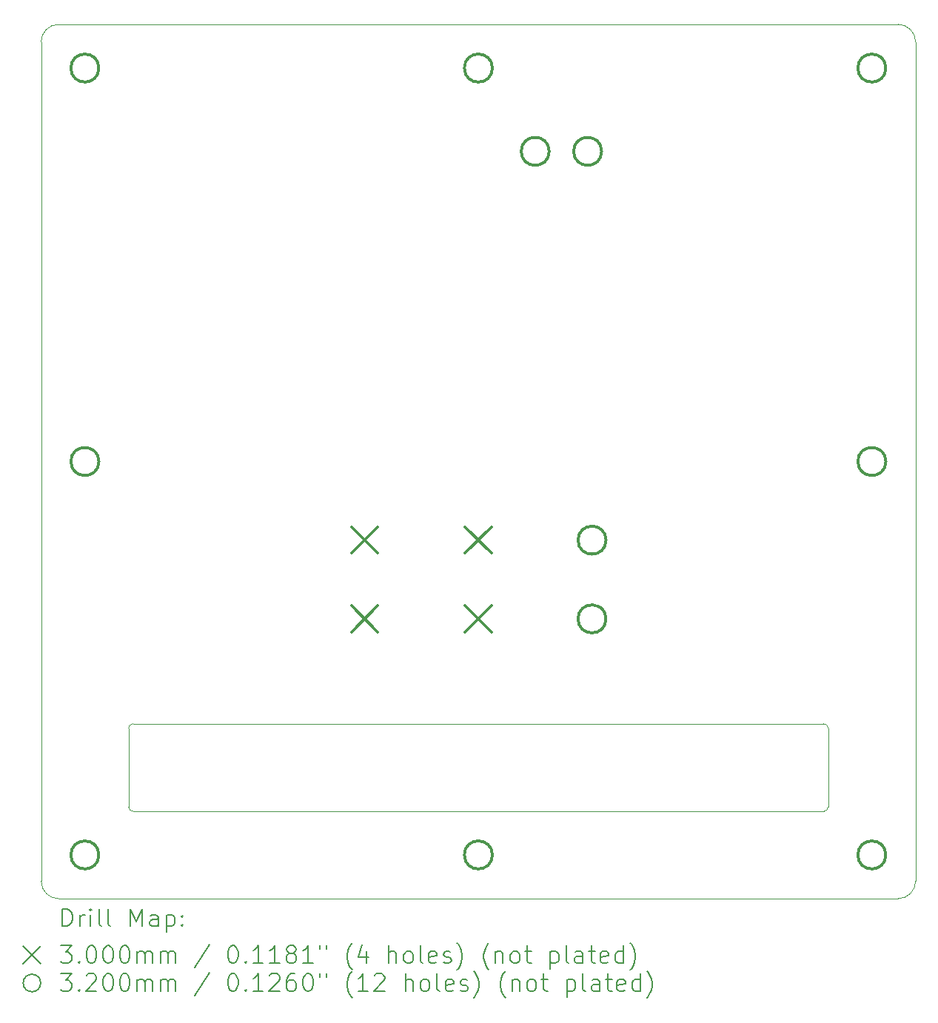
<source format=gbr>
%TF.GenerationSoftware,KiCad,Pcbnew,7.0.2-6a45011f42~172~ubuntu22.04.1*%
%TF.CreationDate,2023-05-30T13:32:24+12:00*%
%TF.ProjectId,THE_BRAWN-20A_POWER_FIXTURE,5448455f-4252-4415-974e-2d3230415f50,v1.0*%
%TF.SameCoordinates,Original*%
%TF.FileFunction,Drillmap*%
%TF.FilePolarity,Positive*%
%FSLAX45Y45*%
G04 Gerber Fmt 4.5, Leading zero omitted, Abs format (unit mm)*
G04 Created by KiCad (PCBNEW 7.0.2-6a45011f42~172~ubuntu22.04.1) date 2023-05-30 13:32:24*
%MOMM*%
%LPD*%
G01*
G04 APERTURE LIST*
%ADD10C,0.100000*%
%ADD11C,0.200000*%
%ADD12C,0.300000*%
%ADD13C,0.320000*%
G04 APERTURE END LIST*
D10*
X17200000Y-19000000D02*
X26800000Y-19000000D01*
X18050000Y-18000000D02*
X25950000Y-18000000D01*
X26800000Y-9000000D02*
X17200000Y-9000000D01*
X27000000Y-9200000D02*
G75*
G03*
X26800000Y-9000000I-200000J0D01*
G01*
X17000000Y-18800000D02*
G75*
G03*
X17200000Y-19000000I200000J0D01*
G01*
X18000000Y-17950000D02*
G75*
G03*
X18050000Y-18000000I50000J0D01*
G01*
X27000000Y-18800000D02*
X27000000Y-9200000D01*
X26000000Y-17050000D02*
G75*
G03*
X25950000Y-17000000I-50000J0D01*
G01*
X26800000Y-19000000D02*
G75*
G03*
X27000000Y-18800000I0J200000D01*
G01*
X18050000Y-17000000D02*
X25950000Y-17000000D01*
X18000000Y-17050000D02*
X18000000Y-17950000D01*
X25950000Y-18000000D02*
G75*
G03*
X26000000Y-17950000I0J50000D01*
G01*
X26000000Y-17050000D02*
X26000000Y-17950000D01*
X17200000Y-9000000D02*
G75*
G03*
X17000000Y-9200000I0J-200000D01*
G01*
X18050000Y-17000000D02*
G75*
G03*
X18000000Y-17050000I0J-50000D01*
G01*
X17000000Y-9200000D02*
X17000000Y-18800000D01*
D11*
D12*
X20550000Y-14750000D02*
X20850000Y-15050000D01*
X20850000Y-14750000D02*
X20550000Y-15050000D01*
X20550000Y-15650000D02*
X20850000Y-15950000D01*
X20850000Y-15650000D02*
X20550000Y-15950000D01*
X21850000Y-14750000D02*
X22150000Y-15050000D01*
X22150000Y-14750000D02*
X21850000Y-15050000D01*
X21850000Y-15650000D02*
X22150000Y-15950000D01*
X22150000Y-15650000D02*
X21850000Y-15950000D01*
D13*
X17660000Y-9500000D02*
G75*
G03*
X17660000Y-9500000I-160000J0D01*
G01*
X17660000Y-14000000D02*
G75*
G03*
X17660000Y-14000000I-160000J0D01*
G01*
X17660000Y-18500000D02*
G75*
G03*
X17660000Y-18500000I-160000J0D01*
G01*
X22160000Y-9500000D02*
G75*
G03*
X22160000Y-9500000I-160000J0D01*
G01*
X22160000Y-18500000D02*
G75*
G03*
X22160000Y-18500000I-160000J0D01*
G01*
X22810000Y-10452500D02*
G75*
G03*
X22810000Y-10452500I-160000J0D01*
G01*
X23410000Y-10452500D02*
G75*
G03*
X23410000Y-10452500I-160000J0D01*
G01*
X23460000Y-14900000D02*
G75*
G03*
X23460000Y-14900000I-160000J0D01*
G01*
X23460000Y-15800000D02*
G75*
G03*
X23460000Y-15800000I-160000J0D01*
G01*
X26660000Y-9500000D02*
G75*
G03*
X26660000Y-9500000I-160000J0D01*
G01*
X26660000Y-14000000D02*
G75*
G03*
X26660000Y-14000000I-160000J0D01*
G01*
X26660000Y-18500000D02*
G75*
G03*
X26660000Y-18500000I-160000J0D01*
G01*
D11*
X17242619Y-19317524D02*
X17242619Y-19117524D01*
X17242619Y-19117524D02*
X17290238Y-19117524D01*
X17290238Y-19117524D02*
X17318810Y-19127048D01*
X17318810Y-19127048D02*
X17337857Y-19146095D01*
X17337857Y-19146095D02*
X17347381Y-19165143D01*
X17347381Y-19165143D02*
X17356905Y-19203238D01*
X17356905Y-19203238D02*
X17356905Y-19231810D01*
X17356905Y-19231810D02*
X17347381Y-19269905D01*
X17347381Y-19269905D02*
X17337857Y-19288952D01*
X17337857Y-19288952D02*
X17318810Y-19308000D01*
X17318810Y-19308000D02*
X17290238Y-19317524D01*
X17290238Y-19317524D02*
X17242619Y-19317524D01*
X17442619Y-19317524D02*
X17442619Y-19184190D01*
X17442619Y-19222286D02*
X17452143Y-19203238D01*
X17452143Y-19203238D02*
X17461667Y-19193714D01*
X17461667Y-19193714D02*
X17480714Y-19184190D01*
X17480714Y-19184190D02*
X17499762Y-19184190D01*
X17566429Y-19317524D02*
X17566429Y-19184190D01*
X17566429Y-19117524D02*
X17556905Y-19127048D01*
X17556905Y-19127048D02*
X17566429Y-19136571D01*
X17566429Y-19136571D02*
X17575952Y-19127048D01*
X17575952Y-19127048D02*
X17566429Y-19117524D01*
X17566429Y-19117524D02*
X17566429Y-19136571D01*
X17690238Y-19317524D02*
X17671190Y-19308000D01*
X17671190Y-19308000D02*
X17661667Y-19288952D01*
X17661667Y-19288952D02*
X17661667Y-19117524D01*
X17795000Y-19317524D02*
X17775952Y-19308000D01*
X17775952Y-19308000D02*
X17766429Y-19288952D01*
X17766429Y-19288952D02*
X17766429Y-19117524D01*
X18023571Y-19317524D02*
X18023571Y-19117524D01*
X18023571Y-19117524D02*
X18090238Y-19260381D01*
X18090238Y-19260381D02*
X18156905Y-19117524D01*
X18156905Y-19117524D02*
X18156905Y-19317524D01*
X18337857Y-19317524D02*
X18337857Y-19212762D01*
X18337857Y-19212762D02*
X18328333Y-19193714D01*
X18328333Y-19193714D02*
X18309286Y-19184190D01*
X18309286Y-19184190D02*
X18271190Y-19184190D01*
X18271190Y-19184190D02*
X18252143Y-19193714D01*
X18337857Y-19308000D02*
X18318810Y-19317524D01*
X18318810Y-19317524D02*
X18271190Y-19317524D01*
X18271190Y-19317524D02*
X18252143Y-19308000D01*
X18252143Y-19308000D02*
X18242619Y-19288952D01*
X18242619Y-19288952D02*
X18242619Y-19269905D01*
X18242619Y-19269905D02*
X18252143Y-19250857D01*
X18252143Y-19250857D02*
X18271190Y-19241333D01*
X18271190Y-19241333D02*
X18318810Y-19241333D01*
X18318810Y-19241333D02*
X18337857Y-19231810D01*
X18433095Y-19184190D02*
X18433095Y-19384190D01*
X18433095Y-19193714D02*
X18452143Y-19184190D01*
X18452143Y-19184190D02*
X18490238Y-19184190D01*
X18490238Y-19184190D02*
X18509286Y-19193714D01*
X18509286Y-19193714D02*
X18518810Y-19203238D01*
X18518810Y-19203238D02*
X18528333Y-19222286D01*
X18528333Y-19222286D02*
X18528333Y-19279429D01*
X18528333Y-19279429D02*
X18518810Y-19298476D01*
X18518810Y-19298476D02*
X18509286Y-19308000D01*
X18509286Y-19308000D02*
X18490238Y-19317524D01*
X18490238Y-19317524D02*
X18452143Y-19317524D01*
X18452143Y-19317524D02*
X18433095Y-19308000D01*
X18614048Y-19298476D02*
X18623571Y-19308000D01*
X18623571Y-19308000D02*
X18614048Y-19317524D01*
X18614048Y-19317524D02*
X18604524Y-19308000D01*
X18604524Y-19308000D02*
X18614048Y-19298476D01*
X18614048Y-19298476D02*
X18614048Y-19317524D01*
X18614048Y-19193714D02*
X18623571Y-19203238D01*
X18623571Y-19203238D02*
X18614048Y-19212762D01*
X18614048Y-19212762D02*
X18604524Y-19203238D01*
X18604524Y-19203238D02*
X18614048Y-19193714D01*
X18614048Y-19193714D02*
X18614048Y-19212762D01*
X16795000Y-19545000D02*
X16995000Y-19745000D01*
X16995000Y-19545000D02*
X16795000Y-19745000D01*
X17223571Y-19537524D02*
X17347381Y-19537524D01*
X17347381Y-19537524D02*
X17280714Y-19613714D01*
X17280714Y-19613714D02*
X17309286Y-19613714D01*
X17309286Y-19613714D02*
X17328333Y-19623238D01*
X17328333Y-19623238D02*
X17337857Y-19632762D01*
X17337857Y-19632762D02*
X17347381Y-19651810D01*
X17347381Y-19651810D02*
X17347381Y-19699429D01*
X17347381Y-19699429D02*
X17337857Y-19718476D01*
X17337857Y-19718476D02*
X17328333Y-19728000D01*
X17328333Y-19728000D02*
X17309286Y-19737524D01*
X17309286Y-19737524D02*
X17252143Y-19737524D01*
X17252143Y-19737524D02*
X17233095Y-19728000D01*
X17233095Y-19728000D02*
X17223571Y-19718476D01*
X17433095Y-19718476D02*
X17442619Y-19728000D01*
X17442619Y-19728000D02*
X17433095Y-19737524D01*
X17433095Y-19737524D02*
X17423571Y-19728000D01*
X17423571Y-19728000D02*
X17433095Y-19718476D01*
X17433095Y-19718476D02*
X17433095Y-19737524D01*
X17566429Y-19537524D02*
X17585476Y-19537524D01*
X17585476Y-19537524D02*
X17604524Y-19547048D01*
X17604524Y-19547048D02*
X17614048Y-19556571D01*
X17614048Y-19556571D02*
X17623571Y-19575619D01*
X17623571Y-19575619D02*
X17633095Y-19613714D01*
X17633095Y-19613714D02*
X17633095Y-19661333D01*
X17633095Y-19661333D02*
X17623571Y-19699429D01*
X17623571Y-19699429D02*
X17614048Y-19718476D01*
X17614048Y-19718476D02*
X17604524Y-19728000D01*
X17604524Y-19728000D02*
X17585476Y-19737524D01*
X17585476Y-19737524D02*
X17566429Y-19737524D01*
X17566429Y-19737524D02*
X17547381Y-19728000D01*
X17547381Y-19728000D02*
X17537857Y-19718476D01*
X17537857Y-19718476D02*
X17528333Y-19699429D01*
X17528333Y-19699429D02*
X17518810Y-19661333D01*
X17518810Y-19661333D02*
X17518810Y-19613714D01*
X17518810Y-19613714D02*
X17528333Y-19575619D01*
X17528333Y-19575619D02*
X17537857Y-19556571D01*
X17537857Y-19556571D02*
X17547381Y-19547048D01*
X17547381Y-19547048D02*
X17566429Y-19537524D01*
X17756905Y-19537524D02*
X17775952Y-19537524D01*
X17775952Y-19537524D02*
X17795000Y-19547048D01*
X17795000Y-19547048D02*
X17804524Y-19556571D01*
X17804524Y-19556571D02*
X17814048Y-19575619D01*
X17814048Y-19575619D02*
X17823571Y-19613714D01*
X17823571Y-19613714D02*
X17823571Y-19661333D01*
X17823571Y-19661333D02*
X17814048Y-19699429D01*
X17814048Y-19699429D02*
X17804524Y-19718476D01*
X17804524Y-19718476D02*
X17795000Y-19728000D01*
X17795000Y-19728000D02*
X17775952Y-19737524D01*
X17775952Y-19737524D02*
X17756905Y-19737524D01*
X17756905Y-19737524D02*
X17737857Y-19728000D01*
X17737857Y-19728000D02*
X17728333Y-19718476D01*
X17728333Y-19718476D02*
X17718810Y-19699429D01*
X17718810Y-19699429D02*
X17709286Y-19661333D01*
X17709286Y-19661333D02*
X17709286Y-19613714D01*
X17709286Y-19613714D02*
X17718810Y-19575619D01*
X17718810Y-19575619D02*
X17728333Y-19556571D01*
X17728333Y-19556571D02*
X17737857Y-19547048D01*
X17737857Y-19547048D02*
X17756905Y-19537524D01*
X17947381Y-19537524D02*
X17966429Y-19537524D01*
X17966429Y-19537524D02*
X17985476Y-19547048D01*
X17985476Y-19547048D02*
X17995000Y-19556571D01*
X17995000Y-19556571D02*
X18004524Y-19575619D01*
X18004524Y-19575619D02*
X18014048Y-19613714D01*
X18014048Y-19613714D02*
X18014048Y-19661333D01*
X18014048Y-19661333D02*
X18004524Y-19699429D01*
X18004524Y-19699429D02*
X17995000Y-19718476D01*
X17995000Y-19718476D02*
X17985476Y-19728000D01*
X17985476Y-19728000D02*
X17966429Y-19737524D01*
X17966429Y-19737524D02*
X17947381Y-19737524D01*
X17947381Y-19737524D02*
X17928333Y-19728000D01*
X17928333Y-19728000D02*
X17918810Y-19718476D01*
X17918810Y-19718476D02*
X17909286Y-19699429D01*
X17909286Y-19699429D02*
X17899762Y-19661333D01*
X17899762Y-19661333D02*
X17899762Y-19613714D01*
X17899762Y-19613714D02*
X17909286Y-19575619D01*
X17909286Y-19575619D02*
X17918810Y-19556571D01*
X17918810Y-19556571D02*
X17928333Y-19547048D01*
X17928333Y-19547048D02*
X17947381Y-19537524D01*
X18099762Y-19737524D02*
X18099762Y-19604190D01*
X18099762Y-19623238D02*
X18109286Y-19613714D01*
X18109286Y-19613714D02*
X18128333Y-19604190D01*
X18128333Y-19604190D02*
X18156905Y-19604190D01*
X18156905Y-19604190D02*
X18175952Y-19613714D01*
X18175952Y-19613714D02*
X18185476Y-19632762D01*
X18185476Y-19632762D02*
X18185476Y-19737524D01*
X18185476Y-19632762D02*
X18195000Y-19613714D01*
X18195000Y-19613714D02*
X18214048Y-19604190D01*
X18214048Y-19604190D02*
X18242619Y-19604190D01*
X18242619Y-19604190D02*
X18261667Y-19613714D01*
X18261667Y-19613714D02*
X18271191Y-19632762D01*
X18271191Y-19632762D02*
X18271191Y-19737524D01*
X18366429Y-19737524D02*
X18366429Y-19604190D01*
X18366429Y-19623238D02*
X18375952Y-19613714D01*
X18375952Y-19613714D02*
X18395000Y-19604190D01*
X18395000Y-19604190D02*
X18423572Y-19604190D01*
X18423572Y-19604190D02*
X18442619Y-19613714D01*
X18442619Y-19613714D02*
X18452143Y-19632762D01*
X18452143Y-19632762D02*
X18452143Y-19737524D01*
X18452143Y-19632762D02*
X18461667Y-19613714D01*
X18461667Y-19613714D02*
X18480714Y-19604190D01*
X18480714Y-19604190D02*
X18509286Y-19604190D01*
X18509286Y-19604190D02*
X18528333Y-19613714D01*
X18528333Y-19613714D02*
X18537857Y-19632762D01*
X18537857Y-19632762D02*
X18537857Y-19737524D01*
X18928333Y-19528000D02*
X18756905Y-19785143D01*
X19185476Y-19537524D02*
X19204524Y-19537524D01*
X19204524Y-19537524D02*
X19223572Y-19547048D01*
X19223572Y-19547048D02*
X19233095Y-19556571D01*
X19233095Y-19556571D02*
X19242619Y-19575619D01*
X19242619Y-19575619D02*
X19252143Y-19613714D01*
X19252143Y-19613714D02*
X19252143Y-19661333D01*
X19252143Y-19661333D02*
X19242619Y-19699429D01*
X19242619Y-19699429D02*
X19233095Y-19718476D01*
X19233095Y-19718476D02*
X19223572Y-19728000D01*
X19223572Y-19728000D02*
X19204524Y-19737524D01*
X19204524Y-19737524D02*
X19185476Y-19737524D01*
X19185476Y-19737524D02*
X19166429Y-19728000D01*
X19166429Y-19728000D02*
X19156905Y-19718476D01*
X19156905Y-19718476D02*
X19147381Y-19699429D01*
X19147381Y-19699429D02*
X19137857Y-19661333D01*
X19137857Y-19661333D02*
X19137857Y-19613714D01*
X19137857Y-19613714D02*
X19147381Y-19575619D01*
X19147381Y-19575619D02*
X19156905Y-19556571D01*
X19156905Y-19556571D02*
X19166429Y-19547048D01*
X19166429Y-19547048D02*
X19185476Y-19537524D01*
X19337857Y-19718476D02*
X19347381Y-19728000D01*
X19347381Y-19728000D02*
X19337857Y-19737524D01*
X19337857Y-19737524D02*
X19328334Y-19728000D01*
X19328334Y-19728000D02*
X19337857Y-19718476D01*
X19337857Y-19718476D02*
X19337857Y-19737524D01*
X19537857Y-19737524D02*
X19423572Y-19737524D01*
X19480714Y-19737524D02*
X19480714Y-19537524D01*
X19480714Y-19537524D02*
X19461667Y-19566095D01*
X19461667Y-19566095D02*
X19442619Y-19585143D01*
X19442619Y-19585143D02*
X19423572Y-19594667D01*
X19728334Y-19737524D02*
X19614048Y-19737524D01*
X19671191Y-19737524D02*
X19671191Y-19537524D01*
X19671191Y-19537524D02*
X19652143Y-19566095D01*
X19652143Y-19566095D02*
X19633095Y-19585143D01*
X19633095Y-19585143D02*
X19614048Y-19594667D01*
X19842619Y-19623238D02*
X19823572Y-19613714D01*
X19823572Y-19613714D02*
X19814048Y-19604190D01*
X19814048Y-19604190D02*
X19804524Y-19585143D01*
X19804524Y-19585143D02*
X19804524Y-19575619D01*
X19804524Y-19575619D02*
X19814048Y-19556571D01*
X19814048Y-19556571D02*
X19823572Y-19547048D01*
X19823572Y-19547048D02*
X19842619Y-19537524D01*
X19842619Y-19537524D02*
X19880715Y-19537524D01*
X19880715Y-19537524D02*
X19899762Y-19547048D01*
X19899762Y-19547048D02*
X19909286Y-19556571D01*
X19909286Y-19556571D02*
X19918810Y-19575619D01*
X19918810Y-19575619D02*
X19918810Y-19585143D01*
X19918810Y-19585143D02*
X19909286Y-19604190D01*
X19909286Y-19604190D02*
X19899762Y-19613714D01*
X19899762Y-19613714D02*
X19880715Y-19623238D01*
X19880715Y-19623238D02*
X19842619Y-19623238D01*
X19842619Y-19623238D02*
X19823572Y-19632762D01*
X19823572Y-19632762D02*
X19814048Y-19642286D01*
X19814048Y-19642286D02*
X19804524Y-19661333D01*
X19804524Y-19661333D02*
X19804524Y-19699429D01*
X19804524Y-19699429D02*
X19814048Y-19718476D01*
X19814048Y-19718476D02*
X19823572Y-19728000D01*
X19823572Y-19728000D02*
X19842619Y-19737524D01*
X19842619Y-19737524D02*
X19880715Y-19737524D01*
X19880715Y-19737524D02*
X19899762Y-19728000D01*
X19899762Y-19728000D02*
X19909286Y-19718476D01*
X19909286Y-19718476D02*
X19918810Y-19699429D01*
X19918810Y-19699429D02*
X19918810Y-19661333D01*
X19918810Y-19661333D02*
X19909286Y-19642286D01*
X19909286Y-19642286D02*
X19899762Y-19632762D01*
X19899762Y-19632762D02*
X19880715Y-19623238D01*
X20109286Y-19737524D02*
X19995000Y-19737524D01*
X20052143Y-19737524D02*
X20052143Y-19537524D01*
X20052143Y-19537524D02*
X20033095Y-19566095D01*
X20033095Y-19566095D02*
X20014048Y-19585143D01*
X20014048Y-19585143D02*
X19995000Y-19594667D01*
X20185476Y-19537524D02*
X20185476Y-19575619D01*
X20261667Y-19537524D02*
X20261667Y-19575619D01*
X20556905Y-19813714D02*
X20547381Y-19804190D01*
X20547381Y-19804190D02*
X20528334Y-19775619D01*
X20528334Y-19775619D02*
X20518810Y-19756571D01*
X20518810Y-19756571D02*
X20509286Y-19728000D01*
X20509286Y-19728000D02*
X20499762Y-19680381D01*
X20499762Y-19680381D02*
X20499762Y-19642286D01*
X20499762Y-19642286D02*
X20509286Y-19594667D01*
X20509286Y-19594667D02*
X20518810Y-19566095D01*
X20518810Y-19566095D02*
X20528334Y-19547048D01*
X20528334Y-19547048D02*
X20547381Y-19518476D01*
X20547381Y-19518476D02*
X20556905Y-19508952D01*
X20718810Y-19604190D02*
X20718810Y-19737524D01*
X20671191Y-19528000D02*
X20623572Y-19670857D01*
X20623572Y-19670857D02*
X20747381Y-19670857D01*
X20975953Y-19737524D02*
X20975953Y-19537524D01*
X21061667Y-19737524D02*
X21061667Y-19632762D01*
X21061667Y-19632762D02*
X21052143Y-19613714D01*
X21052143Y-19613714D02*
X21033096Y-19604190D01*
X21033096Y-19604190D02*
X21004524Y-19604190D01*
X21004524Y-19604190D02*
X20985477Y-19613714D01*
X20985477Y-19613714D02*
X20975953Y-19623238D01*
X21185477Y-19737524D02*
X21166429Y-19728000D01*
X21166429Y-19728000D02*
X21156905Y-19718476D01*
X21156905Y-19718476D02*
X21147381Y-19699429D01*
X21147381Y-19699429D02*
X21147381Y-19642286D01*
X21147381Y-19642286D02*
X21156905Y-19623238D01*
X21156905Y-19623238D02*
X21166429Y-19613714D01*
X21166429Y-19613714D02*
X21185477Y-19604190D01*
X21185477Y-19604190D02*
X21214048Y-19604190D01*
X21214048Y-19604190D02*
X21233096Y-19613714D01*
X21233096Y-19613714D02*
X21242619Y-19623238D01*
X21242619Y-19623238D02*
X21252143Y-19642286D01*
X21252143Y-19642286D02*
X21252143Y-19699429D01*
X21252143Y-19699429D02*
X21242619Y-19718476D01*
X21242619Y-19718476D02*
X21233096Y-19728000D01*
X21233096Y-19728000D02*
X21214048Y-19737524D01*
X21214048Y-19737524D02*
X21185477Y-19737524D01*
X21366429Y-19737524D02*
X21347381Y-19728000D01*
X21347381Y-19728000D02*
X21337858Y-19708952D01*
X21337858Y-19708952D02*
X21337858Y-19537524D01*
X21518810Y-19728000D02*
X21499762Y-19737524D01*
X21499762Y-19737524D02*
X21461667Y-19737524D01*
X21461667Y-19737524D02*
X21442619Y-19728000D01*
X21442619Y-19728000D02*
X21433096Y-19708952D01*
X21433096Y-19708952D02*
X21433096Y-19632762D01*
X21433096Y-19632762D02*
X21442619Y-19613714D01*
X21442619Y-19613714D02*
X21461667Y-19604190D01*
X21461667Y-19604190D02*
X21499762Y-19604190D01*
X21499762Y-19604190D02*
X21518810Y-19613714D01*
X21518810Y-19613714D02*
X21528334Y-19632762D01*
X21528334Y-19632762D02*
X21528334Y-19651810D01*
X21528334Y-19651810D02*
X21433096Y-19670857D01*
X21604524Y-19728000D02*
X21623572Y-19737524D01*
X21623572Y-19737524D02*
X21661667Y-19737524D01*
X21661667Y-19737524D02*
X21680715Y-19728000D01*
X21680715Y-19728000D02*
X21690239Y-19708952D01*
X21690239Y-19708952D02*
X21690239Y-19699429D01*
X21690239Y-19699429D02*
X21680715Y-19680381D01*
X21680715Y-19680381D02*
X21661667Y-19670857D01*
X21661667Y-19670857D02*
X21633096Y-19670857D01*
X21633096Y-19670857D02*
X21614048Y-19661333D01*
X21614048Y-19661333D02*
X21604524Y-19642286D01*
X21604524Y-19642286D02*
X21604524Y-19632762D01*
X21604524Y-19632762D02*
X21614048Y-19613714D01*
X21614048Y-19613714D02*
X21633096Y-19604190D01*
X21633096Y-19604190D02*
X21661667Y-19604190D01*
X21661667Y-19604190D02*
X21680715Y-19613714D01*
X21756905Y-19813714D02*
X21766429Y-19804190D01*
X21766429Y-19804190D02*
X21785477Y-19775619D01*
X21785477Y-19775619D02*
X21795000Y-19756571D01*
X21795000Y-19756571D02*
X21804524Y-19728000D01*
X21804524Y-19728000D02*
X21814048Y-19680381D01*
X21814048Y-19680381D02*
X21814048Y-19642286D01*
X21814048Y-19642286D02*
X21804524Y-19594667D01*
X21804524Y-19594667D02*
X21795000Y-19566095D01*
X21795000Y-19566095D02*
X21785477Y-19547048D01*
X21785477Y-19547048D02*
X21766429Y-19518476D01*
X21766429Y-19518476D02*
X21756905Y-19508952D01*
X22118810Y-19813714D02*
X22109286Y-19804190D01*
X22109286Y-19804190D02*
X22090239Y-19775619D01*
X22090239Y-19775619D02*
X22080715Y-19756571D01*
X22080715Y-19756571D02*
X22071191Y-19728000D01*
X22071191Y-19728000D02*
X22061667Y-19680381D01*
X22061667Y-19680381D02*
X22061667Y-19642286D01*
X22061667Y-19642286D02*
X22071191Y-19594667D01*
X22071191Y-19594667D02*
X22080715Y-19566095D01*
X22080715Y-19566095D02*
X22090239Y-19547048D01*
X22090239Y-19547048D02*
X22109286Y-19518476D01*
X22109286Y-19518476D02*
X22118810Y-19508952D01*
X22195000Y-19604190D02*
X22195000Y-19737524D01*
X22195000Y-19623238D02*
X22204524Y-19613714D01*
X22204524Y-19613714D02*
X22223572Y-19604190D01*
X22223572Y-19604190D02*
X22252143Y-19604190D01*
X22252143Y-19604190D02*
X22271191Y-19613714D01*
X22271191Y-19613714D02*
X22280715Y-19632762D01*
X22280715Y-19632762D02*
X22280715Y-19737524D01*
X22404524Y-19737524D02*
X22385477Y-19728000D01*
X22385477Y-19728000D02*
X22375953Y-19718476D01*
X22375953Y-19718476D02*
X22366429Y-19699429D01*
X22366429Y-19699429D02*
X22366429Y-19642286D01*
X22366429Y-19642286D02*
X22375953Y-19623238D01*
X22375953Y-19623238D02*
X22385477Y-19613714D01*
X22385477Y-19613714D02*
X22404524Y-19604190D01*
X22404524Y-19604190D02*
X22433096Y-19604190D01*
X22433096Y-19604190D02*
X22452143Y-19613714D01*
X22452143Y-19613714D02*
X22461667Y-19623238D01*
X22461667Y-19623238D02*
X22471191Y-19642286D01*
X22471191Y-19642286D02*
X22471191Y-19699429D01*
X22471191Y-19699429D02*
X22461667Y-19718476D01*
X22461667Y-19718476D02*
X22452143Y-19728000D01*
X22452143Y-19728000D02*
X22433096Y-19737524D01*
X22433096Y-19737524D02*
X22404524Y-19737524D01*
X22528334Y-19604190D02*
X22604524Y-19604190D01*
X22556905Y-19537524D02*
X22556905Y-19708952D01*
X22556905Y-19708952D02*
X22566429Y-19728000D01*
X22566429Y-19728000D02*
X22585477Y-19737524D01*
X22585477Y-19737524D02*
X22604524Y-19737524D01*
X22823572Y-19604190D02*
X22823572Y-19804190D01*
X22823572Y-19613714D02*
X22842619Y-19604190D01*
X22842619Y-19604190D02*
X22880715Y-19604190D01*
X22880715Y-19604190D02*
X22899762Y-19613714D01*
X22899762Y-19613714D02*
X22909286Y-19623238D01*
X22909286Y-19623238D02*
X22918810Y-19642286D01*
X22918810Y-19642286D02*
X22918810Y-19699429D01*
X22918810Y-19699429D02*
X22909286Y-19718476D01*
X22909286Y-19718476D02*
X22899762Y-19728000D01*
X22899762Y-19728000D02*
X22880715Y-19737524D01*
X22880715Y-19737524D02*
X22842619Y-19737524D01*
X22842619Y-19737524D02*
X22823572Y-19728000D01*
X23033096Y-19737524D02*
X23014048Y-19728000D01*
X23014048Y-19728000D02*
X23004524Y-19708952D01*
X23004524Y-19708952D02*
X23004524Y-19537524D01*
X23195000Y-19737524D02*
X23195000Y-19632762D01*
X23195000Y-19632762D02*
X23185477Y-19613714D01*
X23185477Y-19613714D02*
X23166429Y-19604190D01*
X23166429Y-19604190D02*
X23128334Y-19604190D01*
X23128334Y-19604190D02*
X23109286Y-19613714D01*
X23195000Y-19728000D02*
X23175953Y-19737524D01*
X23175953Y-19737524D02*
X23128334Y-19737524D01*
X23128334Y-19737524D02*
X23109286Y-19728000D01*
X23109286Y-19728000D02*
X23099762Y-19708952D01*
X23099762Y-19708952D02*
X23099762Y-19689905D01*
X23099762Y-19689905D02*
X23109286Y-19670857D01*
X23109286Y-19670857D02*
X23128334Y-19661333D01*
X23128334Y-19661333D02*
X23175953Y-19661333D01*
X23175953Y-19661333D02*
X23195000Y-19651810D01*
X23261667Y-19604190D02*
X23337858Y-19604190D01*
X23290239Y-19537524D02*
X23290239Y-19708952D01*
X23290239Y-19708952D02*
X23299762Y-19728000D01*
X23299762Y-19728000D02*
X23318810Y-19737524D01*
X23318810Y-19737524D02*
X23337858Y-19737524D01*
X23480715Y-19728000D02*
X23461667Y-19737524D01*
X23461667Y-19737524D02*
X23423572Y-19737524D01*
X23423572Y-19737524D02*
X23404524Y-19728000D01*
X23404524Y-19728000D02*
X23395000Y-19708952D01*
X23395000Y-19708952D02*
X23395000Y-19632762D01*
X23395000Y-19632762D02*
X23404524Y-19613714D01*
X23404524Y-19613714D02*
X23423572Y-19604190D01*
X23423572Y-19604190D02*
X23461667Y-19604190D01*
X23461667Y-19604190D02*
X23480715Y-19613714D01*
X23480715Y-19613714D02*
X23490239Y-19632762D01*
X23490239Y-19632762D02*
X23490239Y-19651810D01*
X23490239Y-19651810D02*
X23395000Y-19670857D01*
X23661667Y-19737524D02*
X23661667Y-19537524D01*
X23661667Y-19728000D02*
X23642620Y-19737524D01*
X23642620Y-19737524D02*
X23604524Y-19737524D01*
X23604524Y-19737524D02*
X23585477Y-19728000D01*
X23585477Y-19728000D02*
X23575953Y-19718476D01*
X23575953Y-19718476D02*
X23566429Y-19699429D01*
X23566429Y-19699429D02*
X23566429Y-19642286D01*
X23566429Y-19642286D02*
X23575953Y-19623238D01*
X23575953Y-19623238D02*
X23585477Y-19613714D01*
X23585477Y-19613714D02*
X23604524Y-19604190D01*
X23604524Y-19604190D02*
X23642620Y-19604190D01*
X23642620Y-19604190D02*
X23661667Y-19613714D01*
X23737858Y-19813714D02*
X23747381Y-19804190D01*
X23747381Y-19804190D02*
X23766429Y-19775619D01*
X23766429Y-19775619D02*
X23775953Y-19756571D01*
X23775953Y-19756571D02*
X23785477Y-19728000D01*
X23785477Y-19728000D02*
X23795000Y-19680381D01*
X23795000Y-19680381D02*
X23795000Y-19642286D01*
X23795000Y-19642286D02*
X23785477Y-19594667D01*
X23785477Y-19594667D02*
X23775953Y-19566095D01*
X23775953Y-19566095D02*
X23766429Y-19547048D01*
X23766429Y-19547048D02*
X23747381Y-19518476D01*
X23747381Y-19518476D02*
X23737858Y-19508952D01*
X16995000Y-19965000D02*
G75*
G03*
X16995000Y-19965000I-100000J0D01*
G01*
X17223571Y-19857524D02*
X17347381Y-19857524D01*
X17347381Y-19857524D02*
X17280714Y-19933714D01*
X17280714Y-19933714D02*
X17309286Y-19933714D01*
X17309286Y-19933714D02*
X17328333Y-19943238D01*
X17328333Y-19943238D02*
X17337857Y-19952762D01*
X17337857Y-19952762D02*
X17347381Y-19971810D01*
X17347381Y-19971810D02*
X17347381Y-20019429D01*
X17347381Y-20019429D02*
X17337857Y-20038476D01*
X17337857Y-20038476D02*
X17328333Y-20048000D01*
X17328333Y-20048000D02*
X17309286Y-20057524D01*
X17309286Y-20057524D02*
X17252143Y-20057524D01*
X17252143Y-20057524D02*
X17233095Y-20048000D01*
X17233095Y-20048000D02*
X17223571Y-20038476D01*
X17433095Y-20038476D02*
X17442619Y-20048000D01*
X17442619Y-20048000D02*
X17433095Y-20057524D01*
X17433095Y-20057524D02*
X17423571Y-20048000D01*
X17423571Y-20048000D02*
X17433095Y-20038476D01*
X17433095Y-20038476D02*
X17433095Y-20057524D01*
X17518810Y-19876571D02*
X17528333Y-19867048D01*
X17528333Y-19867048D02*
X17547381Y-19857524D01*
X17547381Y-19857524D02*
X17595000Y-19857524D01*
X17595000Y-19857524D02*
X17614048Y-19867048D01*
X17614048Y-19867048D02*
X17623571Y-19876571D01*
X17623571Y-19876571D02*
X17633095Y-19895619D01*
X17633095Y-19895619D02*
X17633095Y-19914667D01*
X17633095Y-19914667D02*
X17623571Y-19943238D01*
X17623571Y-19943238D02*
X17509286Y-20057524D01*
X17509286Y-20057524D02*
X17633095Y-20057524D01*
X17756905Y-19857524D02*
X17775952Y-19857524D01*
X17775952Y-19857524D02*
X17795000Y-19867048D01*
X17795000Y-19867048D02*
X17804524Y-19876571D01*
X17804524Y-19876571D02*
X17814048Y-19895619D01*
X17814048Y-19895619D02*
X17823571Y-19933714D01*
X17823571Y-19933714D02*
X17823571Y-19981333D01*
X17823571Y-19981333D02*
X17814048Y-20019429D01*
X17814048Y-20019429D02*
X17804524Y-20038476D01*
X17804524Y-20038476D02*
X17795000Y-20048000D01*
X17795000Y-20048000D02*
X17775952Y-20057524D01*
X17775952Y-20057524D02*
X17756905Y-20057524D01*
X17756905Y-20057524D02*
X17737857Y-20048000D01*
X17737857Y-20048000D02*
X17728333Y-20038476D01*
X17728333Y-20038476D02*
X17718810Y-20019429D01*
X17718810Y-20019429D02*
X17709286Y-19981333D01*
X17709286Y-19981333D02*
X17709286Y-19933714D01*
X17709286Y-19933714D02*
X17718810Y-19895619D01*
X17718810Y-19895619D02*
X17728333Y-19876571D01*
X17728333Y-19876571D02*
X17737857Y-19867048D01*
X17737857Y-19867048D02*
X17756905Y-19857524D01*
X17947381Y-19857524D02*
X17966429Y-19857524D01*
X17966429Y-19857524D02*
X17985476Y-19867048D01*
X17985476Y-19867048D02*
X17995000Y-19876571D01*
X17995000Y-19876571D02*
X18004524Y-19895619D01*
X18004524Y-19895619D02*
X18014048Y-19933714D01*
X18014048Y-19933714D02*
X18014048Y-19981333D01*
X18014048Y-19981333D02*
X18004524Y-20019429D01*
X18004524Y-20019429D02*
X17995000Y-20038476D01*
X17995000Y-20038476D02*
X17985476Y-20048000D01*
X17985476Y-20048000D02*
X17966429Y-20057524D01*
X17966429Y-20057524D02*
X17947381Y-20057524D01*
X17947381Y-20057524D02*
X17928333Y-20048000D01*
X17928333Y-20048000D02*
X17918810Y-20038476D01*
X17918810Y-20038476D02*
X17909286Y-20019429D01*
X17909286Y-20019429D02*
X17899762Y-19981333D01*
X17899762Y-19981333D02*
X17899762Y-19933714D01*
X17899762Y-19933714D02*
X17909286Y-19895619D01*
X17909286Y-19895619D02*
X17918810Y-19876571D01*
X17918810Y-19876571D02*
X17928333Y-19867048D01*
X17928333Y-19867048D02*
X17947381Y-19857524D01*
X18099762Y-20057524D02*
X18099762Y-19924190D01*
X18099762Y-19943238D02*
X18109286Y-19933714D01*
X18109286Y-19933714D02*
X18128333Y-19924190D01*
X18128333Y-19924190D02*
X18156905Y-19924190D01*
X18156905Y-19924190D02*
X18175952Y-19933714D01*
X18175952Y-19933714D02*
X18185476Y-19952762D01*
X18185476Y-19952762D02*
X18185476Y-20057524D01*
X18185476Y-19952762D02*
X18195000Y-19933714D01*
X18195000Y-19933714D02*
X18214048Y-19924190D01*
X18214048Y-19924190D02*
X18242619Y-19924190D01*
X18242619Y-19924190D02*
X18261667Y-19933714D01*
X18261667Y-19933714D02*
X18271191Y-19952762D01*
X18271191Y-19952762D02*
X18271191Y-20057524D01*
X18366429Y-20057524D02*
X18366429Y-19924190D01*
X18366429Y-19943238D02*
X18375952Y-19933714D01*
X18375952Y-19933714D02*
X18395000Y-19924190D01*
X18395000Y-19924190D02*
X18423572Y-19924190D01*
X18423572Y-19924190D02*
X18442619Y-19933714D01*
X18442619Y-19933714D02*
X18452143Y-19952762D01*
X18452143Y-19952762D02*
X18452143Y-20057524D01*
X18452143Y-19952762D02*
X18461667Y-19933714D01*
X18461667Y-19933714D02*
X18480714Y-19924190D01*
X18480714Y-19924190D02*
X18509286Y-19924190D01*
X18509286Y-19924190D02*
X18528333Y-19933714D01*
X18528333Y-19933714D02*
X18537857Y-19952762D01*
X18537857Y-19952762D02*
X18537857Y-20057524D01*
X18928333Y-19848000D02*
X18756905Y-20105143D01*
X19185476Y-19857524D02*
X19204524Y-19857524D01*
X19204524Y-19857524D02*
X19223572Y-19867048D01*
X19223572Y-19867048D02*
X19233095Y-19876571D01*
X19233095Y-19876571D02*
X19242619Y-19895619D01*
X19242619Y-19895619D02*
X19252143Y-19933714D01*
X19252143Y-19933714D02*
X19252143Y-19981333D01*
X19252143Y-19981333D02*
X19242619Y-20019429D01*
X19242619Y-20019429D02*
X19233095Y-20038476D01*
X19233095Y-20038476D02*
X19223572Y-20048000D01*
X19223572Y-20048000D02*
X19204524Y-20057524D01*
X19204524Y-20057524D02*
X19185476Y-20057524D01*
X19185476Y-20057524D02*
X19166429Y-20048000D01*
X19166429Y-20048000D02*
X19156905Y-20038476D01*
X19156905Y-20038476D02*
X19147381Y-20019429D01*
X19147381Y-20019429D02*
X19137857Y-19981333D01*
X19137857Y-19981333D02*
X19137857Y-19933714D01*
X19137857Y-19933714D02*
X19147381Y-19895619D01*
X19147381Y-19895619D02*
X19156905Y-19876571D01*
X19156905Y-19876571D02*
X19166429Y-19867048D01*
X19166429Y-19867048D02*
X19185476Y-19857524D01*
X19337857Y-20038476D02*
X19347381Y-20048000D01*
X19347381Y-20048000D02*
X19337857Y-20057524D01*
X19337857Y-20057524D02*
X19328334Y-20048000D01*
X19328334Y-20048000D02*
X19337857Y-20038476D01*
X19337857Y-20038476D02*
X19337857Y-20057524D01*
X19537857Y-20057524D02*
X19423572Y-20057524D01*
X19480714Y-20057524D02*
X19480714Y-19857524D01*
X19480714Y-19857524D02*
X19461667Y-19886095D01*
X19461667Y-19886095D02*
X19442619Y-19905143D01*
X19442619Y-19905143D02*
X19423572Y-19914667D01*
X19614048Y-19876571D02*
X19623572Y-19867048D01*
X19623572Y-19867048D02*
X19642619Y-19857524D01*
X19642619Y-19857524D02*
X19690238Y-19857524D01*
X19690238Y-19857524D02*
X19709286Y-19867048D01*
X19709286Y-19867048D02*
X19718810Y-19876571D01*
X19718810Y-19876571D02*
X19728334Y-19895619D01*
X19728334Y-19895619D02*
X19728334Y-19914667D01*
X19728334Y-19914667D02*
X19718810Y-19943238D01*
X19718810Y-19943238D02*
X19604524Y-20057524D01*
X19604524Y-20057524D02*
X19728334Y-20057524D01*
X19899762Y-19857524D02*
X19861667Y-19857524D01*
X19861667Y-19857524D02*
X19842619Y-19867048D01*
X19842619Y-19867048D02*
X19833095Y-19876571D01*
X19833095Y-19876571D02*
X19814048Y-19905143D01*
X19814048Y-19905143D02*
X19804524Y-19943238D01*
X19804524Y-19943238D02*
X19804524Y-20019429D01*
X19804524Y-20019429D02*
X19814048Y-20038476D01*
X19814048Y-20038476D02*
X19823572Y-20048000D01*
X19823572Y-20048000D02*
X19842619Y-20057524D01*
X19842619Y-20057524D02*
X19880715Y-20057524D01*
X19880715Y-20057524D02*
X19899762Y-20048000D01*
X19899762Y-20048000D02*
X19909286Y-20038476D01*
X19909286Y-20038476D02*
X19918810Y-20019429D01*
X19918810Y-20019429D02*
X19918810Y-19971810D01*
X19918810Y-19971810D02*
X19909286Y-19952762D01*
X19909286Y-19952762D02*
X19899762Y-19943238D01*
X19899762Y-19943238D02*
X19880715Y-19933714D01*
X19880715Y-19933714D02*
X19842619Y-19933714D01*
X19842619Y-19933714D02*
X19823572Y-19943238D01*
X19823572Y-19943238D02*
X19814048Y-19952762D01*
X19814048Y-19952762D02*
X19804524Y-19971810D01*
X20042619Y-19857524D02*
X20061667Y-19857524D01*
X20061667Y-19857524D02*
X20080715Y-19867048D01*
X20080715Y-19867048D02*
X20090238Y-19876571D01*
X20090238Y-19876571D02*
X20099762Y-19895619D01*
X20099762Y-19895619D02*
X20109286Y-19933714D01*
X20109286Y-19933714D02*
X20109286Y-19981333D01*
X20109286Y-19981333D02*
X20099762Y-20019429D01*
X20099762Y-20019429D02*
X20090238Y-20038476D01*
X20090238Y-20038476D02*
X20080715Y-20048000D01*
X20080715Y-20048000D02*
X20061667Y-20057524D01*
X20061667Y-20057524D02*
X20042619Y-20057524D01*
X20042619Y-20057524D02*
X20023572Y-20048000D01*
X20023572Y-20048000D02*
X20014048Y-20038476D01*
X20014048Y-20038476D02*
X20004524Y-20019429D01*
X20004524Y-20019429D02*
X19995000Y-19981333D01*
X19995000Y-19981333D02*
X19995000Y-19933714D01*
X19995000Y-19933714D02*
X20004524Y-19895619D01*
X20004524Y-19895619D02*
X20014048Y-19876571D01*
X20014048Y-19876571D02*
X20023572Y-19867048D01*
X20023572Y-19867048D02*
X20042619Y-19857524D01*
X20185476Y-19857524D02*
X20185476Y-19895619D01*
X20261667Y-19857524D02*
X20261667Y-19895619D01*
X20556905Y-20133714D02*
X20547381Y-20124190D01*
X20547381Y-20124190D02*
X20528334Y-20095619D01*
X20528334Y-20095619D02*
X20518810Y-20076571D01*
X20518810Y-20076571D02*
X20509286Y-20048000D01*
X20509286Y-20048000D02*
X20499762Y-20000381D01*
X20499762Y-20000381D02*
X20499762Y-19962286D01*
X20499762Y-19962286D02*
X20509286Y-19914667D01*
X20509286Y-19914667D02*
X20518810Y-19886095D01*
X20518810Y-19886095D02*
X20528334Y-19867048D01*
X20528334Y-19867048D02*
X20547381Y-19838476D01*
X20547381Y-19838476D02*
X20556905Y-19828952D01*
X20737857Y-20057524D02*
X20623572Y-20057524D01*
X20680715Y-20057524D02*
X20680715Y-19857524D01*
X20680715Y-19857524D02*
X20661667Y-19886095D01*
X20661667Y-19886095D02*
X20642619Y-19905143D01*
X20642619Y-19905143D02*
X20623572Y-19914667D01*
X20814048Y-19876571D02*
X20823572Y-19867048D01*
X20823572Y-19867048D02*
X20842619Y-19857524D01*
X20842619Y-19857524D02*
X20890238Y-19857524D01*
X20890238Y-19857524D02*
X20909286Y-19867048D01*
X20909286Y-19867048D02*
X20918810Y-19876571D01*
X20918810Y-19876571D02*
X20928334Y-19895619D01*
X20928334Y-19895619D02*
X20928334Y-19914667D01*
X20928334Y-19914667D02*
X20918810Y-19943238D01*
X20918810Y-19943238D02*
X20804524Y-20057524D01*
X20804524Y-20057524D02*
X20928334Y-20057524D01*
X21166429Y-20057524D02*
X21166429Y-19857524D01*
X21252143Y-20057524D02*
X21252143Y-19952762D01*
X21252143Y-19952762D02*
X21242619Y-19933714D01*
X21242619Y-19933714D02*
X21223572Y-19924190D01*
X21223572Y-19924190D02*
X21195000Y-19924190D01*
X21195000Y-19924190D02*
X21175953Y-19933714D01*
X21175953Y-19933714D02*
X21166429Y-19943238D01*
X21375953Y-20057524D02*
X21356905Y-20048000D01*
X21356905Y-20048000D02*
X21347381Y-20038476D01*
X21347381Y-20038476D02*
X21337858Y-20019429D01*
X21337858Y-20019429D02*
X21337858Y-19962286D01*
X21337858Y-19962286D02*
X21347381Y-19943238D01*
X21347381Y-19943238D02*
X21356905Y-19933714D01*
X21356905Y-19933714D02*
X21375953Y-19924190D01*
X21375953Y-19924190D02*
X21404524Y-19924190D01*
X21404524Y-19924190D02*
X21423572Y-19933714D01*
X21423572Y-19933714D02*
X21433096Y-19943238D01*
X21433096Y-19943238D02*
X21442619Y-19962286D01*
X21442619Y-19962286D02*
X21442619Y-20019429D01*
X21442619Y-20019429D02*
X21433096Y-20038476D01*
X21433096Y-20038476D02*
X21423572Y-20048000D01*
X21423572Y-20048000D02*
X21404524Y-20057524D01*
X21404524Y-20057524D02*
X21375953Y-20057524D01*
X21556905Y-20057524D02*
X21537858Y-20048000D01*
X21537858Y-20048000D02*
X21528334Y-20028952D01*
X21528334Y-20028952D02*
X21528334Y-19857524D01*
X21709286Y-20048000D02*
X21690239Y-20057524D01*
X21690239Y-20057524D02*
X21652143Y-20057524D01*
X21652143Y-20057524D02*
X21633096Y-20048000D01*
X21633096Y-20048000D02*
X21623572Y-20028952D01*
X21623572Y-20028952D02*
X21623572Y-19952762D01*
X21623572Y-19952762D02*
X21633096Y-19933714D01*
X21633096Y-19933714D02*
X21652143Y-19924190D01*
X21652143Y-19924190D02*
X21690239Y-19924190D01*
X21690239Y-19924190D02*
X21709286Y-19933714D01*
X21709286Y-19933714D02*
X21718810Y-19952762D01*
X21718810Y-19952762D02*
X21718810Y-19971810D01*
X21718810Y-19971810D02*
X21623572Y-19990857D01*
X21795000Y-20048000D02*
X21814048Y-20057524D01*
X21814048Y-20057524D02*
X21852143Y-20057524D01*
X21852143Y-20057524D02*
X21871191Y-20048000D01*
X21871191Y-20048000D02*
X21880715Y-20028952D01*
X21880715Y-20028952D02*
X21880715Y-20019429D01*
X21880715Y-20019429D02*
X21871191Y-20000381D01*
X21871191Y-20000381D02*
X21852143Y-19990857D01*
X21852143Y-19990857D02*
X21823572Y-19990857D01*
X21823572Y-19990857D02*
X21804524Y-19981333D01*
X21804524Y-19981333D02*
X21795000Y-19962286D01*
X21795000Y-19962286D02*
X21795000Y-19952762D01*
X21795000Y-19952762D02*
X21804524Y-19933714D01*
X21804524Y-19933714D02*
X21823572Y-19924190D01*
X21823572Y-19924190D02*
X21852143Y-19924190D01*
X21852143Y-19924190D02*
X21871191Y-19933714D01*
X21947381Y-20133714D02*
X21956905Y-20124190D01*
X21956905Y-20124190D02*
X21975953Y-20095619D01*
X21975953Y-20095619D02*
X21985477Y-20076571D01*
X21985477Y-20076571D02*
X21995000Y-20048000D01*
X21995000Y-20048000D02*
X22004524Y-20000381D01*
X22004524Y-20000381D02*
X22004524Y-19962286D01*
X22004524Y-19962286D02*
X21995000Y-19914667D01*
X21995000Y-19914667D02*
X21985477Y-19886095D01*
X21985477Y-19886095D02*
X21975953Y-19867048D01*
X21975953Y-19867048D02*
X21956905Y-19838476D01*
X21956905Y-19838476D02*
X21947381Y-19828952D01*
X22309286Y-20133714D02*
X22299762Y-20124190D01*
X22299762Y-20124190D02*
X22280715Y-20095619D01*
X22280715Y-20095619D02*
X22271191Y-20076571D01*
X22271191Y-20076571D02*
X22261667Y-20048000D01*
X22261667Y-20048000D02*
X22252143Y-20000381D01*
X22252143Y-20000381D02*
X22252143Y-19962286D01*
X22252143Y-19962286D02*
X22261667Y-19914667D01*
X22261667Y-19914667D02*
X22271191Y-19886095D01*
X22271191Y-19886095D02*
X22280715Y-19867048D01*
X22280715Y-19867048D02*
X22299762Y-19838476D01*
X22299762Y-19838476D02*
X22309286Y-19828952D01*
X22385477Y-19924190D02*
X22385477Y-20057524D01*
X22385477Y-19943238D02*
X22395000Y-19933714D01*
X22395000Y-19933714D02*
X22414048Y-19924190D01*
X22414048Y-19924190D02*
X22442619Y-19924190D01*
X22442619Y-19924190D02*
X22461667Y-19933714D01*
X22461667Y-19933714D02*
X22471191Y-19952762D01*
X22471191Y-19952762D02*
X22471191Y-20057524D01*
X22595000Y-20057524D02*
X22575953Y-20048000D01*
X22575953Y-20048000D02*
X22566429Y-20038476D01*
X22566429Y-20038476D02*
X22556905Y-20019429D01*
X22556905Y-20019429D02*
X22556905Y-19962286D01*
X22556905Y-19962286D02*
X22566429Y-19943238D01*
X22566429Y-19943238D02*
X22575953Y-19933714D01*
X22575953Y-19933714D02*
X22595000Y-19924190D01*
X22595000Y-19924190D02*
X22623572Y-19924190D01*
X22623572Y-19924190D02*
X22642619Y-19933714D01*
X22642619Y-19933714D02*
X22652143Y-19943238D01*
X22652143Y-19943238D02*
X22661667Y-19962286D01*
X22661667Y-19962286D02*
X22661667Y-20019429D01*
X22661667Y-20019429D02*
X22652143Y-20038476D01*
X22652143Y-20038476D02*
X22642619Y-20048000D01*
X22642619Y-20048000D02*
X22623572Y-20057524D01*
X22623572Y-20057524D02*
X22595000Y-20057524D01*
X22718810Y-19924190D02*
X22795000Y-19924190D01*
X22747381Y-19857524D02*
X22747381Y-20028952D01*
X22747381Y-20028952D02*
X22756905Y-20048000D01*
X22756905Y-20048000D02*
X22775953Y-20057524D01*
X22775953Y-20057524D02*
X22795000Y-20057524D01*
X23014048Y-19924190D02*
X23014048Y-20124190D01*
X23014048Y-19933714D02*
X23033096Y-19924190D01*
X23033096Y-19924190D02*
X23071191Y-19924190D01*
X23071191Y-19924190D02*
X23090239Y-19933714D01*
X23090239Y-19933714D02*
X23099762Y-19943238D01*
X23099762Y-19943238D02*
X23109286Y-19962286D01*
X23109286Y-19962286D02*
X23109286Y-20019429D01*
X23109286Y-20019429D02*
X23099762Y-20038476D01*
X23099762Y-20038476D02*
X23090239Y-20048000D01*
X23090239Y-20048000D02*
X23071191Y-20057524D01*
X23071191Y-20057524D02*
X23033096Y-20057524D01*
X23033096Y-20057524D02*
X23014048Y-20048000D01*
X23223572Y-20057524D02*
X23204524Y-20048000D01*
X23204524Y-20048000D02*
X23195000Y-20028952D01*
X23195000Y-20028952D02*
X23195000Y-19857524D01*
X23385477Y-20057524D02*
X23385477Y-19952762D01*
X23385477Y-19952762D02*
X23375953Y-19933714D01*
X23375953Y-19933714D02*
X23356905Y-19924190D01*
X23356905Y-19924190D02*
X23318810Y-19924190D01*
X23318810Y-19924190D02*
X23299762Y-19933714D01*
X23385477Y-20048000D02*
X23366429Y-20057524D01*
X23366429Y-20057524D02*
X23318810Y-20057524D01*
X23318810Y-20057524D02*
X23299762Y-20048000D01*
X23299762Y-20048000D02*
X23290239Y-20028952D01*
X23290239Y-20028952D02*
X23290239Y-20009905D01*
X23290239Y-20009905D02*
X23299762Y-19990857D01*
X23299762Y-19990857D02*
X23318810Y-19981333D01*
X23318810Y-19981333D02*
X23366429Y-19981333D01*
X23366429Y-19981333D02*
X23385477Y-19971810D01*
X23452143Y-19924190D02*
X23528334Y-19924190D01*
X23480715Y-19857524D02*
X23480715Y-20028952D01*
X23480715Y-20028952D02*
X23490239Y-20048000D01*
X23490239Y-20048000D02*
X23509286Y-20057524D01*
X23509286Y-20057524D02*
X23528334Y-20057524D01*
X23671191Y-20048000D02*
X23652143Y-20057524D01*
X23652143Y-20057524D02*
X23614048Y-20057524D01*
X23614048Y-20057524D02*
X23595000Y-20048000D01*
X23595000Y-20048000D02*
X23585477Y-20028952D01*
X23585477Y-20028952D02*
X23585477Y-19952762D01*
X23585477Y-19952762D02*
X23595000Y-19933714D01*
X23595000Y-19933714D02*
X23614048Y-19924190D01*
X23614048Y-19924190D02*
X23652143Y-19924190D01*
X23652143Y-19924190D02*
X23671191Y-19933714D01*
X23671191Y-19933714D02*
X23680715Y-19952762D01*
X23680715Y-19952762D02*
X23680715Y-19971810D01*
X23680715Y-19971810D02*
X23585477Y-19990857D01*
X23852143Y-20057524D02*
X23852143Y-19857524D01*
X23852143Y-20048000D02*
X23833096Y-20057524D01*
X23833096Y-20057524D02*
X23795000Y-20057524D01*
X23795000Y-20057524D02*
X23775953Y-20048000D01*
X23775953Y-20048000D02*
X23766429Y-20038476D01*
X23766429Y-20038476D02*
X23756905Y-20019429D01*
X23756905Y-20019429D02*
X23756905Y-19962286D01*
X23756905Y-19962286D02*
X23766429Y-19943238D01*
X23766429Y-19943238D02*
X23775953Y-19933714D01*
X23775953Y-19933714D02*
X23795000Y-19924190D01*
X23795000Y-19924190D02*
X23833096Y-19924190D01*
X23833096Y-19924190D02*
X23852143Y-19933714D01*
X23928334Y-20133714D02*
X23937858Y-20124190D01*
X23937858Y-20124190D02*
X23956905Y-20095619D01*
X23956905Y-20095619D02*
X23966429Y-20076571D01*
X23966429Y-20076571D02*
X23975953Y-20048000D01*
X23975953Y-20048000D02*
X23985477Y-20000381D01*
X23985477Y-20000381D02*
X23985477Y-19962286D01*
X23985477Y-19962286D02*
X23975953Y-19914667D01*
X23975953Y-19914667D02*
X23966429Y-19886095D01*
X23966429Y-19886095D02*
X23956905Y-19867048D01*
X23956905Y-19867048D02*
X23937858Y-19838476D01*
X23937858Y-19838476D02*
X23928334Y-19828952D01*
M02*

</source>
